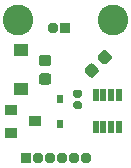
<source format=gbr>
G04 #@! TF.GenerationSoftware,KiCad,Pcbnew,(5.1.6)-1*
G04 #@! TF.CreationDate,2020-12-13T22:38:15+01:00*
G04 #@! TF.ProjectId,RS485,52533438-352e-46b6-9963-61645f706362,rev?*
G04 #@! TF.SameCoordinates,Original*
G04 #@! TF.FileFunction,Soldermask,Top*
G04 #@! TF.FilePolarity,Negative*
%FSLAX46Y46*%
G04 Gerber Fmt 4.6, Leading zero omitted, Abs format (unit mm)*
G04 Created by KiCad (PCBNEW (5.1.6)-1) date 2020-12-13 22:38:15*
%MOMM*%
%LPD*%
G01*
G04 APERTURE LIST*
%ADD10C,2.600000*%
%ADD11R,1.300000X1.000000*%
%ADD12R,0.531000X1.073699*%
%ADD13R,0.550000X0.700000*%
%ADD14R,1.000000X0.900000*%
%ADD15O,0.950000X0.950000*%
%ADD16R,0.950000X0.950000*%
G04 APERTURE END LIST*
D10*
X150000000Y-81750000D03*
X158000000Y-81750000D03*
D11*
X150250000Y-84350000D03*
X150250000Y-87650000D03*
D12*
X156525001Y-88136851D03*
X157174999Y-88136851D03*
X157825001Y-88136851D03*
X158474999Y-88136851D03*
X158474999Y-90863149D03*
X157825001Y-90863149D03*
X157174999Y-90863149D03*
X156525001Y-90863149D03*
D13*
X153500000Y-88450000D03*
X153500000Y-90550000D03*
G36*
G01*
X151968750Y-84725000D02*
X152531250Y-84725000D01*
G75*
G02*
X152775000Y-84968750I0J-243750D01*
G01*
X152775000Y-85456250D01*
G75*
G02*
X152531250Y-85700000I-243750J0D01*
G01*
X151968750Y-85700000D01*
G75*
G02*
X151725000Y-85456250I0J243750D01*
G01*
X151725000Y-84968750D01*
G75*
G02*
X151968750Y-84725000I243750J0D01*
G01*
G37*
G36*
G01*
X151968750Y-86300000D02*
X152531250Y-86300000D01*
G75*
G02*
X152775000Y-86543750I0J-243750D01*
G01*
X152775000Y-87031250D01*
G75*
G02*
X152531250Y-87275000I-243750J0D01*
G01*
X151968750Y-87275000D01*
G75*
G02*
X151725000Y-87031250I0J243750D01*
G01*
X151725000Y-86543750D01*
G75*
G02*
X151968750Y-86300000I243750J0D01*
G01*
G37*
D14*
X149375000Y-89425000D03*
X149375000Y-91325000D03*
X151375000Y-90375000D03*
G36*
G01*
X157161006Y-85486741D02*
X156763259Y-85088993D01*
G75*
G02*
X156763259Y-84744279I172357J172357D01*
G01*
X157107973Y-84399565D01*
G75*
G02*
X157452687Y-84399565I172357J-172357D01*
G01*
X157850435Y-84797313D01*
G75*
G02*
X157850435Y-85142027I-172357J-172357D01*
G01*
X157505721Y-85486741D01*
G75*
G02*
X157161007Y-85486741I-172357J172357D01*
G01*
G37*
G36*
G01*
X156047312Y-86600435D02*
X155649565Y-86202687D01*
G75*
G02*
X155649565Y-85857973I172357J172357D01*
G01*
X155994279Y-85513259D01*
G75*
G02*
X156338993Y-85513259I172357J-172357D01*
G01*
X156736741Y-85911007D01*
G75*
G02*
X156736741Y-86255721I-172357J-172357D01*
G01*
X156392027Y-86600435D01*
G75*
G02*
X156047313Y-86600435I-172357J172357D01*
G01*
G37*
G36*
G01*
X154802500Y-88640000D02*
X155197500Y-88640000D01*
G75*
G02*
X155370000Y-88812500I0J-172500D01*
G01*
X155370000Y-89157500D01*
G75*
G02*
X155197500Y-89330000I-172500J0D01*
G01*
X154802500Y-89330000D01*
G75*
G02*
X154630000Y-89157500I0J172500D01*
G01*
X154630000Y-88812500D01*
G75*
G02*
X154802500Y-88640000I172500J0D01*
G01*
G37*
G36*
G01*
X154802500Y-87670000D02*
X155197500Y-87670000D01*
G75*
G02*
X155370000Y-87842500I0J-172500D01*
G01*
X155370000Y-88187500D01*
G75*
G02*
X155197500Y-88360000I-172500J0D01*
G01*
X154802500Y-88360000D01*
G75*
G02*
X154630000Y-88187500I0J172500D01*
G01*
X154630000Y-87842500D01*
G75*
G02*
X154802500Y-87670000I172500J0D01*
G01*
G37*
D15*
X155675000Y-93500000D03*
X154675000Y-93500000D03*
X153675000Y-93500000D03*
X152675000Y-93500000D03*
X151675000Y-93500000D03*
D16*
X150675000Y-93500000D03*
D15*
X152950000Y-82500000D03*
D16*
X153950000Y-82500000D03*
M02*

</source>
